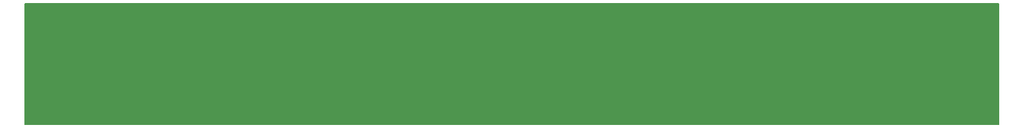
<source format=gbr>
%TF.GenerationSoftware,KiCad,Pcbnew,(6.0.8)*%
%TF.CreationDate,2023-04-08T13:35:57-06:00*%
%TF.ProjectId,HydroLights,48796472-6f4c-4696-9768-74732e6b6963,rev?*%
%TF.SameCoordinates,Original*%
%TF.FileFunction,Soldermask,Top*%
%TF.FilePolarity,Negative*%
%FSLAX46Y46*%
G04 Gerber Fmt 4.6, Leading zero omitted, Abs format (unit mm)*
G04 Created by KiCad (PCBNEW (6.0.8)) date 2023-04-08 13:35:57*
%MOMM*%
%LPD*%
G01*
G04 APERTURE LIST*
G04 Aperture macros list*
%AMRoundRect*
0 Rectangle with rounded corners*
0 $1 Rounding radius*
0 $2 $3 $4 $5 $6 $7 $8 $9 X,Y pos of 4 corners*
0 Add a 4 corners polygon primitive as box body*
4,1,4,$2,$3,$4,$5,$6,$7,$8,$9,$2,$3,0*
0 Add four circle primitives for the rounded corners*
1,1,$1+$1,$2,$3*
1,1,$1+$1,$4,$5*
1,1,$1+$1,$6,$7*
1,1,$1+$1,$8,$9*
0 Add four rect primitives between the rounded corners*
20,1,$1+$1,$2,$3,$4,$5,0*
20,1,$1+$1,$4,$5,$6,$7,0*
20,1,$1+$1,$6,$7,$8,$9,0*
20,1,$1+$1,$8,$9,$2,$3,0*%
G04 Aperture macros list end*
%ADD10C,0.150000*%
%ADD11RoundRect,1.250000X-3.750000X-1.250000X3.750000X-1.250000X3.750000X1.250000X-3.750000X1.250000X0*%
%ADD12RoundRect,0.500000X-0.500000X-0.750000X0.500000X-0.750000X0.500000X0.750000X-0.500000X0.750000X0*%
%ADD13RoundRect,0.275000X-0.275000X-0.975000X0.275000X-0.975000X0.275000X0.975000X-0.275000X0.975000X0*%
%ADD14R,3.370000X2.370000*%
%ADD15RoundRect,0.525000X0.525000X0.525000X-0.525000X0.525000X-0.525000X-0.525000X0.525000X-0.525000X0*%
%ADD16RoundRect,0.250000X0.250000X0.800000X-0.250000X0.800000X-0.250000X-0.800000X0.250000X-0.800000X0*%
G04 APERTURE END LIST*
D10*
X204470000Y-88138000D02*
X69342000Y-88138000D01*
X69342000Y-88138000D02*
X69342000Y-104902000D01*
X69342000Y-104902000D02*
X204470000Y-104902000D01*
X204470000Y-104902000D02*
X204470000Y-88138000D01*
G36*
X204470000Y-88138000D02*
G01*
X69342000Y-88138000D01*
X69342000Y-104902000D01*
X204470000Y-104902000D01*
X204470000Y-88138000D01*
G37*
D11*
%TO.C,U11*%
X191262000Y-91186000D03*
%TD*%
D12*
%TO.C,U9*%
X91252000Y-96520000D03*
D13*
X93552000Y-96520000D03*
%TD*%
D12*
%TO.C,U3*%
X180914000Y-96520000D03*
D13*
X183214000Y-96520000D03*
%TD*%
D12*
%TO.C,U7*%
X120970000Y-96520000D03*
D13*
X123270000Y-96520000D03*
%TD*%
D14*
%TO.C,R1*%
X99568000Y-96385000D03*
X99568000Y-91575000D03*
%TD*%
D12*
%TO.C,U5*%
X151196000Y-96520000D03*
D13*
X153496000Y-96520000D03*
%TD*%
D15*
%TO.C,U6*%
X137865000Y-96475000D03*
D16*
X135865000Y-96475000D03*
%TD*%
D15*
%TO.C,U8*%
X107784000Y-96520000D03*
D16*
X105784000Y-96520000D03*
%TD*%
D11*
%TO.C,U10*%
X82550000Y-101854000D03*
%TD*%
%TO.C,U1*%
X191262000Y-101854000D03*
%TD*%
D15*
%TO.C,U4*%
X167787000Y-96475000D03*
D16*
X165887000Y-96475000D03*
%TD*%
D11*
%TO.C,U2*%
X82550000Y-91186000D03*
%TD*%
M02*

</source>
